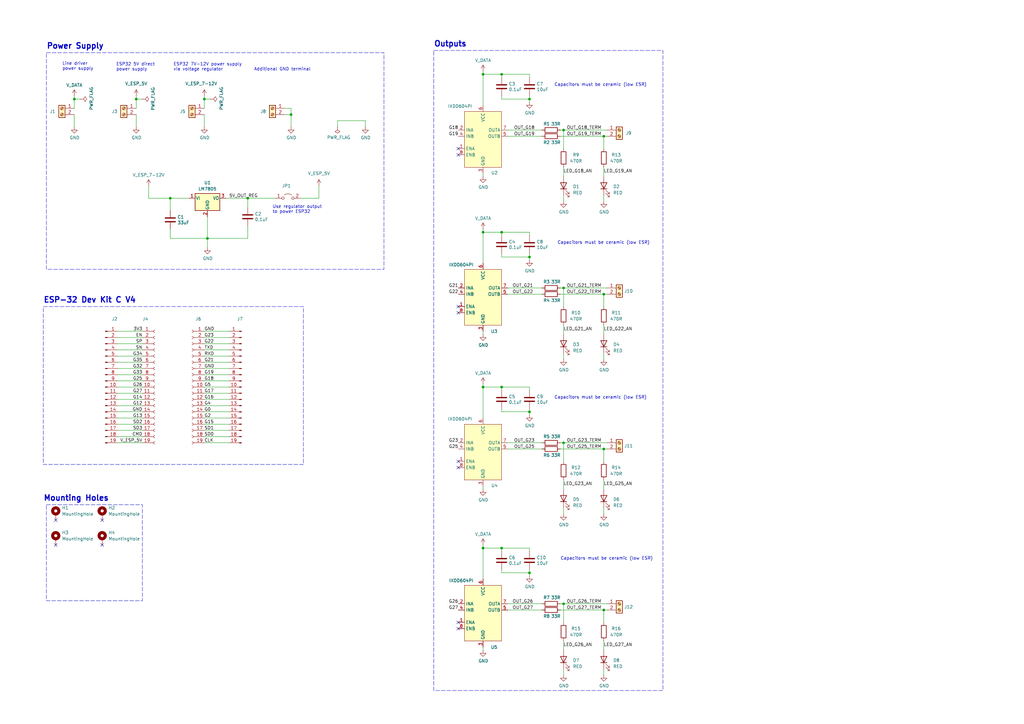
<source format=kicad_sch>
(kicad_sch (version 20230121) (generator eeschema)
  (paper "A3")
  (lib_symbols
    (symbol "Connector:Conn_01x19_Pin" (pin_names (offset 1.016) hide)
      (property "Reference" "J" (at 0 25.4 0))
      (property "Value" "Conn_01x19_Pin" (at 0 -25.4 0))
      (symbol "Conn_01x19_Pin_1_1"
        (polyline (pts (xy 1.27 -22.86) (xy 0.8636 -22.86)) (stroke (width 0.1524)))
        (polyline (pts (xy 1.27 -20.32) (xy 0.8636 -20.32)) (stroke (width 0.1524)))
        (polyline (pts (xy 1.27 -17.78) (xy 0.8636 -17.78)) (stroke (width 0.1524)))
        (polyline (pts (xy 1.27 -15.24) (xy 0.8636 -15.24)) (stroke (width 0.1524)))
        (polyline (pts (xy 1.27 -12.7) (xy 0.8636 -12.7)) (stroke (width 0.1524)))
        (polyline (pts (xy 1.27 -10.16) (xy 0.8636 -10.16)) (stroke (width 0.1524)))
        (polyline (pts (xy 1.27 -7.62) (xy 0.8636 -7.62)) (stroke (width 0.1524)))
        (polyline (pts (xy 1.27 -5.08) (xy 0.8636 -5.08)) (stroke (width 0.1524)))
        (polyline (pts (xy 1.27 -2.54) (xy 0.8636 -2.54)) (stroke (width 0.1524)))
        (polyline (pts (xy 1.27 0) (xy 0.8636 0)) (stroke (width 0.1524)))
        (polyline (pts (xy 1.27 2.54) (xy 0.8636 2.54)) (stroke (width 0.1524)))
        (polyline (pts (xy 1.27 5.08) (xy 0.8636 5.08)) (stroke (width 0.1524)))
        (polyline (pts (xy 1.27 7.62) (xy 0.8636 7.62)) (stroke (width 0.1524)))
        (polyline (pts (xy 1.27 10.16) (xy 0.8636 10.16)) (stroke (width 0.1524)))
        (polyline (pts (xy 1.27 12.7) (xy 0.8636 12.7)) (stroke (width 0.1524)))
        (polyline (pts (xy 1.27 15.24) (xy 0.8636 15.24)) (stroke (width 0.1524)))
        (polyline (pts (xy 1.27 17.78) (xy 0.8636 17.78)) (stroke (width 0.1524)))
        (polyline (pts (xy 1.27 20.32) (xy 0.8636 20.32)) (stroke (width 0.1524)))
        (polyline (pts (xy 1.27 22.86) (xy 0.8636 22.86)) (stroke (width 0.1524)))
        (rectangle (start 0.8636 -22.733) (end 0 -22.987) (stroke (width 0.1524)) (fill (type outline)))
        (rectangle (start 0.8636 -20.193) (end 0 -20.447) (stroke (width 0.1524)) (fill (type outline)))
        (rectangle (start 0.8636 -17.653) (end 0 -17.907) (stroke (width 0.1524)) (fill (type outline)))
        (rectangle (start 0.8636 -15.113) (end 0 -15.367) (stroke (width 0.1524)) (fill (type outline)))
        (rectangle (start 0.8636 -12.573) (end 0 -12.827) (stroke (width 0.1524)) (fill (type outline)))
        (rectangle (start 0.8636 -10.033) (end 0 -10.287) (stroke (width 0.1524)) (fill (type outline)))
        (rectangle (start 0.8636 -7.493) (end 0 -7.747) (stroke (width 0.1524)) (fill (type outline)))
        (rectangle (start 0.8636 -4.953) (end 0 -5.207) (stroke (width 0.1524)) (fill (type outline)))
        (rectangle (start 0.8636 -2.413) (end 0 -2.667) (stroke (width 0.1524)) (fill (type outline)))
        (rectangle (start 0.8636 0.127) (end 0 -0.127) (stroke (width 0.1524)) (fill (type outline)))
        (rectangle (start 0.8636 2.667) (end 0 2.413) (stroke (width 0.1524)) (fill (type outline)))
        (rectangle (start 0.8636 5.207) (end 0 4.953) (stroke (width 0.1524)) (fill (type outline)))
        (rectangle (start 0.8636 7.747) (end 0 7.493) (stroke (width 0.1524)) (fill (type outline)))
        (rectangle (start 0.8636 10.287) (end 0 10.033) (stroke (width 0.1524)) (fill (type outline)))
        (rectangle (start 0.8636 12.827) (end 0 12.573) (stroke (width 0.1524)) (fill (type outline)))
        (rectangle (start 0.8636 15.367) (end 0 15.113) (stroke (width 0.1524)) (fill (type outline)))
        (rectangle (start 0.8636 17.907) (end 0 17.653) (stroke (width 0.1524)) (fill (type outline)))
        (rectangle (start 0.8636 20.447) (end 0 20.193) (stroke (width 0.1524)) (fill (type outline)))
        (rectangle (start 0.8636 22.987) (end 0 22.733) (stroke (width 0.1524)) (fill (type outline)))
        (pin passive line (at 5.08 22.86 180) (length 3.81) (name "Pin_1") (number "1"))
        (pin passive line (at 5.08 0 180) (length 3.81) (name "Pin_10") (number "10"))
        (pin passive line (at 5.08 -2.54 180) (length 3.81) (name "Pin_11") (number "11"))
        (pin passive line (at 5.08 -5.08 180) (length 3.81) (name "Pin_12") (number "12"))
        (pin passive line (at 5.08 -7.62 180) (length 3.81) (name "Pin_13") (number "13"))
        (pin passive line (at 5.08 -10.16 180) (length 3.81) (name "Pin_14") (number "14"))
        (pin passive line (at 5.08 -12.7 180) (length 3.81) (name "Pin_15") (number "15"))
        (pin passive line (at 5.08 -15.24 180) (length 3.81) (name "Pin_16") (number "16"))
        (pin passive line (at 5.08 -17.78 180) (length 3.81) (name "Pin_17") (number "17"))
        (pin passive line (at 5.08 -20.32 180) (length 3.81) (name "Pin_18") (number "18"))
        (pin passive line (at 5.08 -22.86 180) (length 3.81) (name "Pin_19") (number "19"))
        (pin passive line (at 5.08 20.32 180) (length 3.81) (name "Pin_2") (number "2"))
        (pin passive line (at 5.08 17.78 180) (length 3.81) (name "Pin_3") (number "3"))
        (pin passive line (at 5.08 15.24 180) (length 3.81) (name "Pin_4") (number "4"))
        (pin passive line (at 5.08 12.7 180) (length 3.81) (name "Pin_5") (number "5"))
        (pin passive line (at 5.08 10.16 180) (length 3.81) (name "Pin_6") (number "6"))
        (pin passive line (at 5.08 7.62 180) (length 3.81) (name "Pin_7") (number "7"))
        (pin passive line (at 5.08 5.08 180) (length 3.81) (name "Pin_8") (number "8"))
        (pin passive line (at 5.08 2.54 180) (length 3.81) (name "Pin_9") (number "9"))
      )
    )
    (symbol "Connector:Conn_01x19_Socket" (pin_names (offset 1.016) hide)
      (property "Reference" "J" (at 0 25.4 0))
      (property "Value" "Conn_01x19_Socket" (at 0 -25.4 0))
      (symbol "Conn_01x19_Socket_1_1"
        (arc (start 0 -22.352) (mid -0.5058 -22.86) (end 0 -23.368) (stroke (width 0.1524)))
        (arc (start 0 -19.812) (mid -0.5058 -20.32) (end 0 -20.828) (stroke (width 0.1524)))
        (arc (start 0 -17.272) (mid -0.5058 -17.78) (end 0 -18.288) (stroke (width 0.1524)))
        (arc (start 0 -14.732) (mid -0.5058 -15.24) (end 0 -15.748) (stroke (width 0.1524)))
        (arc (start 0 -12.192) (mid -0.5058 -12.7) (end 0 -13.208) (stroke (width 0.1524)))
        (arc (start 0 -9.652) (mid -0.5058 -10.16) (end 0 -10.668) (stroke (width 0.1524)))
        (arc (start 0 -7.112) (mid -0.5058 -7.62) (end 0 -8.128) (stroke (width 0.1524)))
        (arc (start 0 -4.572) (mid -0.5058 -5.08) (end 0 -5.588) (stroke (width 0.1524)))
        (arc (start 0 -2.032) (mid -0.5058 -2.54) (end 0 -3.048) (stroke (width 0.1524)))
        (polyline (pts (xy -1.27 -22.86) (xy -0.508 -22.86)) (stroke (width 0.1524)))
        (polyline (pts (xy -1.27 -20.32) (xy -0.508 -20.32)) (stroke (width 0.1524)))
        (polyline (pts (xy -1.27 -17.78) (xy -0.508 -17.78)) (stroke (width 0.1524)))
        (polyline (pts (xy -1.27 -15.24) (xy -0.508 -15.24)) (stroke (width 0.1524)))
        (polyline (pts (xy -1.27 -12.7) (xy -0.508 -12.7)) (stroke (width 0.1524)))
        (polyline (pts (xy -1.27 -10.16) (xy -0.508 -10.16)) (stroke (width 0.1524)))
        (polyline (pts (xy -1.27 -7.62) (xy -0.508 -7.62)) (stroke (width 0.1524)))
        (polyline (pts (xy -1.27 -5.08) (xy -0.508 -5.08)) (stroke (width 0.1524)))
        (polyline (pts (xy -1.27 -2.54) (xy -0.508 -2.54)) (stroke (width 0.1524)))
        (polyline (pts (xy -1.27 0) (xy -0.508 0)) (stroke (width 0.1524)))
        (polyline (pts (xy -1.27 2.54) (xy -0.508 2.54)) (stroke (width 0.1524)))
        (polyline (pts (xy -1.27 5.08) (xy -0.508 5.08)) (stroke (width 0.1524)))
        (polyline (pts (xy -1.27 7.62) (xy -0.508 7.62)) (stroke (width 0.1524)))
        (polyline (pts (xy -1.27 10.16) (xy -0.508 10.16)) (stroke (width 0.1524)))
        (polyline (pts (xy -1.27 12.7) (xy -0.508 12.7)) (stroke (width 0.1524)))
        (polyline (pts (xy -1.27 15.24) (xy -0.508 15.24)) (stroke (width 0.1524)))
        (polyline (pts (xy -1.27 17.78) (xy -0.508 17.78)) (stroke (width 0.1524)))
        (polyline (pts (xy -1.27 20.32) (xy -0.508 20.32)) (stroke (width 0.1524)))
        (polyline (pts (xy -1.27 22.86) (xy -0.508 22.86)) (stroke (width 0.1524)))
        (arc (start 0 0.508) (mid -0.5058 0) (end 0 -0.508) (stroke (width 0.1524)))
        (arc (start 0 3.048) (mid -0.5058 2.54) (end 0 2.032) (stroke (width 0.1524)))
        (arc (start 0 5.588) (mid -0.5058 5.08) (end 0 4.572) (stroke (width 0.1524)))
        (arc (start 0 8.128) (mid -0.5058 7.62) (end 0 7.112) (stroke (width 0.1524)))
        (arc (start 0 10.668) (mid -0.5058 10.16) (end 0 9.652) (stroke (width 0.1524)))
        (arc (start 0 13.208) (mid -0.5058 12.7) (end 0 12.192) (stroke (width 0.1524)))
        (arc (start 0 15.748) (mid -0.5058 15.24) (end 0 14.732) (stroke (width 0.1524)))
        (arc (start 0 18.288) (mid -0.5058 17.78) (end 0 17.272) (stroke (width 0.1524)))
        (arc (start 0 20.828) (mid -0.5058 20.32) (end 0 19.812) (stroke (width 0.1524)))
        (arc (start 0 23.368) (mid -0.5058 22.86) (end 0 22.352) (stroke (width 0.1524)))
        (pin passive line (at -5.08 22.86 0) (length 3.81) (name "Pin_1") (number "1"))
        (pin passive line (at -5.08 0 0) (length 3.81) (name "Pin_10") (number "10"))
        (pin passive line (at -5.08 -2.54 0) (length 3.81) (name "Pin_11") (number "11"))
        (pin passive line (at -5.08 -5.08 0) (length 3.81) (name "Pin_12") (number "12"))
        (pin passive line (at -5.08 -7.62 0) (length 3.81) (name "Pin_13") (number "13"))
        (pin passive line (at -5.08 -10.16 0) (length 3.81) (name "Pin_14") (number "14"))
        (pin passive line (at -5.08 -12.7 0) (length 3.81) (name "Pin_15") (number "15"))
        (pin passive line (at -5.08 -15.24 0) (length 3.81) (name "Pin_16") (number "16"))
        (pin passive line (at -5.08 -17.78 0) (length 3.81) (name "Pin_17") (number "17"))
        (pin passive line (at -5.08 -20.32 0) (length 3.81) (name "Pin_18") (number "18"))
        (pin passive line (at -5.08 -22.86 0) (length 3.81) (name "Pin_19") (number "19"))
        (pin passive line (at -5.08 20.32 0) (length 3.81) (name "Pin_2") (number "2"))
        (pin passive line (at -5.08 17.78 0) (length 3.81) (name "Pin_3") (number "3"))
        (pin passive line (at -5.08 15.24 0) (length 3.81) (name "Pin_4") (number "4"))
        (pin passive line (at -5.08 12.7 0) (length 3.81) (name "Pin_5") (number "5"))
        (pin passive line (at -5.08 10.16 0) (length 3.81) (name "Pin_6") (number "6"))
        (pin passive line (at -5.08 7.62 0) (length 3.81) (name "Pin_7") (number "7"))
        (pin passive line (at -5.08 5.08 0) (length 3.81) (name "Pin_8") (number "8"))
        (pin passive line (at -5.08 2.54 0) (length 3.81) (name "Pin_9") (number "9"))
      )
    )
    (symbol "Connector:Screw_Terminal_01x02" (pin_names (offset 1.016) hide)
      (property "Reference" "J" (at 0 2.54 0))
      (property "Value" "Screw_Terminal_01x02" (at 0 -5.08 0))
      (symbol "Screw_Terminal_01x02_1_1"
        (rectangle (start -1.27 1.27) (end 1.27 -3.81) (stroke (width 0.254)) (fill (type background)))
        (circle (center 0 -2.54) (radius 0.635) (stroke (width 0.1524)))
        (polyline (pts (xy -0.5334 -2.2098) (xy 0.3302 -3.048)) (stroke (width 0.1524)))
        (polyline (pts (xy -0.5334 0.3302) (xy 0.3302 -0.508)) (stroke (width 0.1524)))
        (polyline (pts (xy -0.3556 -2.032) (xy 0.508 -2.8702)) (stroke (width 0.1524)))
        (polyline (pts (xy -0.3556 0.508) (xy 0.508 -0.3302)) (stroke (width 0.1524)))
        (circle (center 0 0) (radius 0.635) (stroke (width 0.1524)))
        (pin passive line (at -5.08 0 0) (length 3.81) (name "Pin_1") (number "1"))
        (pin passive line (at -5.08 -2.54 0) (length 3.81) (name "Pin_2") (number "2"))
      )
    )
    (symbol "Device:C" (pin_numbers hide) (pin_names (offset 0.254))
      (property "Reference" "C" (at 0.635 2.54 0))
      (property "Value" "C" (at 0.635 -2.54 0))
      (symbol "C_0_1"
        (polyline (pts (xy -2.032 -0.762) (xy 2.032 -0.762)) (stroke (width 0.508)))
        (polyline (pts (xy -2.032 0.762) (xy 2.032 0.762)) (stroke (width 0.508)))
      )
      (symbol "C_1_1"
        (pin passive line (at 0 3.81 270) (length 2.794) (name "~") (number "1"))
        (pin passive line (at 0 -3.81 90) (length 2.794) (name "~") (number "2"))
      )
    )
    (symbol "Device:LED" (pin_numbers hide) (pin_names (offset 1.016) hide)
      (property "Reference" "D" (at 0 2.54 0))
      (property "Value" "LED" (at 0 -2.54 0))
      (symbol "LED_0_1"
        (polyline (pts (xy -1.27 -1.27) (xy -1.27 1.27)) (stroke (width 0.254)))
        (polyline (pts (xy -1.27 0) (xy 1.27 0)))
        (polyline (pts (xy 1.27 -1.27) (xy 1.27 1.27) (xy -1.27 0) (xy 1.27 -1.27)) (stroke (width 0.254)))
        (polyline (pts (xy -3.048 -0.762) (xy -4.572 -2.286) (xy -3.81 -2.286) (xy -4.572 -2.286) (xy -4.572 -1.524)))
        (polyline (pts (xy -1.778 -0.762) (xy -3.302 -2.286) (xy -2.54 -2.286) (xy -3.302 -2.286) (xy -3.302 -1.524)))
      )
      (symbol "LED_1_1"
        (pin passive line (at -3.81 0 0) (length 2.54) (name "K") (number "1"))
        (pin passive line (at 3.81 0 180) (length 2.54) (name "A") (number "2"))
      )
    )
    (symbol "Device:R" (pin_numbers hide) (pin_names (offset 0))
      (property "Reference" "R" (at 2.032 0 90))
      (property "Value" "R" (at 0 0 90))
      (symbol "R_0_1"
        (rectangle (start -1.016 -2.54) (end 1.016 2.54) (stroke (width 0.254)))
      )
      (symbol "R_1_1"
        (pin passive line (at 0 3.81 270) (length 1.27) (name "~") (number "1"))
        (pin passive line (at 0 -3.81 90) (length 1.27) (name "~") (number "2"))
      )
    )
    (symbol "Jumper:Jumper_2_Open" (pin_names (offset 0) hide)
      (property "Reference" "JP" (at 0 2.794 0))
      (property "Value" "Jumper_2_Open" (at 0 -2.286 0))
      (symbol "Jumper_2_Open_0_0"
        (circle (center -2.032 0) (radius 0.508))
        (circle (center 2.032 0) (radius 0.508))
      )
      (symbol "Jumper_2_Open_0_1"
        (arc (start 1.524 1.27) (mid 0 1.778) (end -1.524 1.27))
      )
      (symbol "Jumper_2_Open_1_1"
        (pin passive line (at -5.08 0 0) (length 2.54) (name "A") (number "1"))
        (pin passive line (at 5.08 0 180) (length 2.54) (name "B") (number "2"))
      )
    )
    (symbol "Mechanical:MountingHole_Pad" (pin_numbers hide) (pin_names (offset 1.016) hide)
      (property "Reference" "H" (at 0 6.35 0))
      (property "Value" "MountingHole_Pad" (at 0 4.445 0))
      (symbol "MountingHole_Pad_0_1"
        (circle (center 0 1.27) (radius 1.27) (stroke (width 1.27)))
      )
      (symbol "MountingHole_Pad_1_1"
        (pin input line (at 0 -2.54 90) (length 2.54) (name "1") (number "1"))
      )
    )
    (symbol "Regulator_Linear:LM7805_TO220" (pin_names (offset 0.254))
      (property "Reference" "U" (at -3.81 3.175 0))
      (property "Value" "LM7805_TO220" (at 0 3.175 0))
      (symbol "LM7805_TO220_0_1"
        (rectangle (start -5.08 1.905) (end 5.08 -5.08) (stroke (width 0.254)) (fill (type background)))
      )
      (symbol "LM7805_TO220_1_1"
        (pin power_in line (at -7.62 0 0) (length 2.54) (name "VI") (number "1"))
        (pin power_in line (at 0 -7.62 90) (length 2.54) (name "GND") (number "2"))
        (pin power_out line (at 7.62 0 180) (length 2.54) (name "VO") (number "3"))
      )
    )
    (symbol "lib:IXDD604PI"
      (property "Reference" "U" (at 10.16 22.86 0))
      (property "Value" "IXDD604PI" (at 10.16 20.32 0))
      (symbol "IXDD604PI_1_1"
        (rectangle (start -5.08 17.78) (end 10.16 -5.08) (fill (type background)))
        (pin input line (at -7.62 2.54 0) (length 2.54) (name "ENA") (number "1"))
        (pin input line (at -7.62 10.16 0) (length 2.54) (name "INA") (number "2"))
        (pin power_in line (at 2.54 -7.62 90) (length 2.54) (name "GND") (number "3"))
        (pin input line (at -7.62 7.62 0) (length 2.54) (name "INB") (number "4"))
        (pin output line (at 12.7 7.62 180) (length 2.54) (name "OUTB") (number "5"))
        (pin power_in line (at 2.54 20.32 270) (length 2.54) (name "VCC") (number "6"))
        (pin output line (at 12.7 10.16 180) (length 2.54) (name "OUTA") (number "7"))
        (pin input line (at -7.62 0 0) (length 2.54) (name "ENB") (number "8"))
      )
    )
    (symbol "lib:V_DATA" (power) (pin_names (offset 0))
      (property "Value" "V_DATA" (at 0 3.81 0))
      (symbol "V_DATA_0_1"
        (polyline (pts (xy -0.762 1.27) (xy 0 2.54)))
        (polyline (pts (xy 0 0) (xy 0 2.54)))
        (polyline (pts (xy 0 2.54) (xy 0.762 1.27)))
      )
      (symbol "V_DATA_1_1"
        (pin power_in line (at 0 0 90) (length 0) hide (name "V_DATA") (number "1"))
      )
    )
    (symbol "lib:V_ESP_5V" (power) (pin_names (offset 0))
      (property "Value" "V_ESP_5V" (at 0 3.81 0))
      (symbol "V_ESP_5V_0_1"
        (polyline (pts (xy -0.762 1.27) (xy 0 2.54)))
        (polyline (pts (xy 0 0) (xy 0 2.54)))
        (polyline (pts (xy 0 2.54) (xy 0.762 1.27)))
      )
      (symbol "V_ESP_5V_1_1"
        (pin power_in line (at 0 0 90) (length 0) hide (name "V_ESP_5V") (number "1"))
      )
    )
    (symbol "lib:V_ESP_7-12V" (power) (pin_names (offset 0))
      (property "Value" "V_ESP_7-12V" (at 0 3.81 0))
      (symbol "V_ESP_7-12V_0_1"
        (polyline (pts (xy -0.762 1.27) (xy 0 2.54)))
        (polyline (pts (xy 0 0) (xy 0 2.54)))
        (polyline (pts (xy 0 2.54) (xy 0.762 1.27)))
      )
      (symbol "V_ESP_7-12V_1_1"
        (pin power_in line (at 0 0 90) (length 0) hide (name "V_ESP_7-12V") (number "1"))
      )
    )
    (symbol "power:GND" (power) (pin_names (offset 0))
      (property "Value" "GND" (at 0 -3.81 0))
      (symbol "GND_0_1"
        (polyline (pts (xy 0 0) (xy 0 -1.27) (xy 1.27 -1.27) (xy 0 -2.54) (xy -1.27 -1.27) (xy 0 -1.27)))
      )
      (symbol "GND_1_1"
        (pin power_in line (at 0 0 270) (length 0) hide (name "GND") (number "1"))
      )
    )
    (symbol "power:PWR_FLAG" (power) (pin_numbers hide) (pin_names (offset 0) hide)
      (property "Value" "PWR_FLAG" (at 0 3.81 0))
      (symbol "PWR_FLAG_0_0"
        (pin power_out line (at 0 0 90) (length 0) (name "pwr") (number "1"))
      )
      (symbol "PWR_FLAG_0_1"
        (polyline (pts (xy 0 0) (xy 0 1.27) (xy -1.016 1.905) (xy 0 2.54) (xy 1.016 1.905) (xy 0 1.27)))
      )
    )
  )
  (junction (at 247.65 184.15))
  (junction (at 231.14 247.65))
  (junction (at 205.74 158.75))
  (junction (at 101.6 81.28))
  (junction (at 217.17 40.64))
  (junction (at 198.12 224.79))
  (junction (at 217.17 105.41))
  (junction (at 217.17 168.91))
  (junction (at 119.38 46.99))
  (junction (at 55.88 40.64))
  (junction (at 83.82 40.64))
  (junction (at 217.17 234.95))
  (junction (at 85.09 97.79))
  (junction (at 205.74 30.48))
  (junction (at 198.12 95.25))
  (junction (at 205.74 224.79))
  (junction (at 231.14 118.11))
  (junction (at 198.12 30.48))
  (junction (at 247.65 120.65))
  (junction (at 231.14 181.61))
  (junction (at 205.74 95.25))
  (junction (at 30.48 40.64))
  (junction (at 198.12 158.75))
  (junction (at 69.85 81.28))
  (junction (at 247.65 250.19))
  (junction (at 231.14 53.34))
  (junction (at 247.65 55.88))
  (no_connect (at 41.91 223.52))
  (no_connect (at 22.86 213.36))
  (no_connect (at 187.96 257.81))
  (no_connect (at 187.96 60.96))
  (no_connect (at 187.96 63.5))
  (no_connect (at 187.96 125.73))
  (no_connect (at 41.91 213.36))
  (no_connect (at 187.96 128.27))
  (no_connect (at 187.96 255.27))
  (no_connect (at 22.86 223.52))
  (no_connect (at 187.96 189.23))
  (no_connect (at 187.96 191.77))
  (wire (pts (xy 247.65 262.89) (xy 247.65 266.7)))
  (wire (pts (xy 231.14 68.58) (xy 231.14 72.39)))
  (wire (pts (xy 123.19 81.28) (xy 130.81 81.28)))
  (wire (pts (xy 85.09 97.79) (xy 101.6 97.79)))
  (wire (pts (xy 217.17 105.41) (xy 217.17 106.68)))
  (wire (pts (xy 231.14 274.32) (xy 231.14 276.86)))
  (wire (pts (xy 231.14 53.34) (xy 231.14 60.96)))
  (wire (pts (xy 198.12 30.48) (xy 198.12 43.18)))
  (wire (pts (xy 247.65 144.78) (xy 247.65 147.32)))
  (wire (pts (xy 229.87 184.15) (xy 247.65 184.15)))
  (wire (pts (xy 205.74 233.68) (xy 205.74 234.95)))
  (wire (pts (xy 130.81 76.2) (xy 130.81 81.28)))
  (wire (pts (xy 101.6 81.28) (xy 101.6 85.09)))
  (wire (pts (xy 30.48 46.99) (xy 30.48 52.07)))
  (wire (pts (xy 83.82 179.07) (xy 93.98 179.07)))
  (wire (pts (xy 83.82 140.97) (xy 93.98 140.97)))
  (wire (pts (xy 208.28 118.11) (xy 222.25 118.11)))
  (wire (pts (xy 92.71 81.28) (xy 101.6 81.28)))
  (wire (pts (xy 55.88 40.64) (xy 55.88 44.45)))
  (wire (pts (xy 247.65 250.19) (xy 247.65 255.27)))
  (wire (pts (xy 208.28 247.65) (xy 222.25 247.65)))
  (wire (pts (xy 83.82 148.59) (xy 93.98 148.59)))
  (wire (pts (xy 198.12 95.25) (xy 205.74 95.25)))
  (wire (pts (xy 83.82 46.99) (xy 83.82 52.07)))
  (wire (pts (xy 30.48 40.64) (xy 33.02 40.64)))
  (wire (pts (xy 247.65 133.35) (xy 247.65 137.16)))
  (wire (pts (xy 198.12 158.75) (xy 205.74 158.75)))
  (wire (pts (xy 198.12 95.25) (xy 198.12 107.95)))
  (wire (pts (xy 217.17 226.06) (xy 217.17 224.79)))
  (wire (pts (xy 231.14 133.35) (xy 231.14 137.16)))
  (wire (pts (xy 69.85 81.28) (xy 77.47 81.28)))
  (wire (pts (xy 30.48 39.37) (xy 30.48 40.64)))
  (wire (pts (xy 119.38 46.99) (xy 116.84 46.99)))
  (wire (pts (xy 48.26 171.45) (xy 58.42 171.45)))
  (wire (pts (xy 198.12 223.52) (xy 198.12 224.79)))
  (wire (pts (xy 198.12 224.79) (xy 205.74 224.79)))
  (wire (pts (xy 217.17 234.95) (xy 217.17 233.68)))
  (wire (pts (xy 119.38 46.99) (xy 119.38 52.07)))
  (wire (pts (xy 229.87 250.19) (xy 247.65 250.19)))
  (wire (pts (xy 48.26 146.05) (xy 58.42 146.05)))
  (wire (pts (xy 48.26 168.91) (xy 58.42 168.91)))
  (wire (pts (xy 217.17 30.48) (xy 205.74 30.48)))
  (wire (pts (xy 247.65 250.19) (xy 248.92 250.19)))
  (wire (pts (xy 48.26 161.29) (xy 58.42 161.29)))
  (wire (pts (xy 247.65 274.32) (xy 247.65 276.86)))
  (wire (pts (xy 48.26 158.75) (xy 58.42 158.75)))
  (wire (pts (xy 247.65 120.65) (xy 247.65 125.73)))
  (wire (pts (xy 85.09 97.79) (xy 85.09 101.6)))
  (wire (pts (xy 83.82 153.67) (xy 93.98 153.67)))
  (wire (pts (xy 69.85 93.98) (xy 69.85 97.79)))
  (wire (pts (xy 83.82 168.91) (xy 93.98 168.91)))
  (wire (pts (xy 231.14 80.01) (xy 231.14 82.55)))
  (wire (pts (xy 208.28 120.65) (xy 222.25 120.65)))
  (wire (pts (xy 208.28 55.88) (xy 222.25 55.88)))
  (wire (pts (xy 48.26 156.21) (xy 58.42 156.21)))
  (wire (pts (xy 205.74 168.91) (xy 217.17 168.91)))
  (wire (pts (xy 217.17 168.91) (xy 217.17 170.18)))
  (wire (pts (xy 231.14 196.85) (xy 231.14 200.66)))
  (wire (pts (xy 48.26 153.67) (xy 58.42 153.67)))
  (wire (pts (xy 231.14 247.65) (xy 248.92 247.65)))
  (wire (pts (xy 55.88 40.64) (xy 58.42 40.64)))
  (wire (pts (xy 83.82 156.21) (xy 93.98 156.21)))
  (wire (pts (xy 205.74 104.14) (xy 205.74 105.41)))
  (wire (pts (xy 83.82 163.83) (xy 93.98 163.83)))
  (wire (pts (xy 217.17 160.02) (xy 217.17 158.75)))
  (wire (pts (xy 85.09 88.9) (xy 85.09 97.79)))
  (wire (pts (xy 198.12 71.12) (xy 198.12 72.39)))
  (wire (pts (xy 101.6 92.71) (xy 101.6 97.79)))
  (wire (pts (xy 60.96 76.2) (xy 60.96 81.28)))
  (wire (pts (xy 217.17 40.64) (xy 217.17 41.91)))
  (wire (pts (xy 69.85 81.28) (xy 69.85 86.36)))
  (wire (pts (xy 198.12 158.75) (xy 198.12 171.45)))
  (wire (pts (xy 83.82 161.29) (xy 93.98 161.29)))
  (wire (pts (xy 217.17 31.75) (xy 217.17 30.48)))
  (wire (pts (xy 48.26 143.51) (xy 58.42 143.51)))
  (wire (pts (xy 198.12 93.98) (xy 198.12 95.25)))
  (wire (pts (xy 229.87 55.88) (xy 247.65 55.88)))
  (wire (pts (xy 247.65 68.58) (xy 247.65 72.39)))
  (wire (pts (xy 231.14 53.34) (xy 248.92 53.34)))
  (wire (pts (xy 48.26 181.61) (xy 58.42 181.61)))
  (wire (pts (xy 83.82 135.89) (xy 93.98 135.89)))
  (wire (pts (xy 231.14 262.89) (xy 231.14 266.7)))
  (wire (pts (xy 48.26 166.37) (xy 58.42 166.37)))
  (wire (pts (xy 198.12 135.89) (xy 198.12 137.16)))
  (wire (pts (xy 101.6 81.28) (xy 113.03 81.28)))
  (wire (pts (xy 83.82 173.99) (xy 93.98 173.99)))
  (wire (pts (xy 231.14 208.28) (xy 231.14 210.82)))
  (wire (pts (xy 205.74 224.79) (xy 205.74 226.06)))
  (wire (pts (xy 205.74 39.37) (xy 205.74 40.64)))
  (wire (pts (xy 205.74 30.48) (xy 205.74 31.75)))
  (wire (pts (xy 208.28 181.61) (xy 222.25 181.61)))
  (wire (pts (xy 229.87 118.11) (xy 231.14 118.11)))
  (wire (pts (xy 83.82 171.45) (xy 93.98 171.45)))
  (wire (pts (xy 217.17 96.52) (xy 217.17 95.25)))
  (wire (pts (xy 217.17 95.25) (xy 205.74 95.25)))
  (wire (pts (xy 48.26 173.99) (xy 58.42 173.99)))
  (wire (pts (xy 48.26 140.97) (xy 58.42 140.97)))
  (wire (pts (xy 55.88 46.99) (xy 55.88 52.07)))
  (wire (pts (xy 231.14 181.61) (xy 248.92 181.61)))
  (wire (pts (xy 83.82 158.75) (xy 93.98 158.75)))
  (wire (pts (xy 83.82 181.61) (xy 93.98 181.61)))
  (wire (pts (xy 247.65 196.85) (xy 247.65 200.66)))
  (wire (pts (xy 198.12 224.79) (xy 198.12 237.49)))
  (wire (pts (xy 83.82 176.53) (xy 93.98 176.53)))
  (wire (pts (xy 229.87 247.65) (xy 231.14 247.65)))
  (wire (pts (xy 247.65 55.88) (xy 248.92 55.88)))
  (wire (pts (xy 208.28 184.15) (xy 222.25 184.15)))
  (wire (pts (xy 83.82 143.51) (xy 93.98 143.51)))
  (wire (pts (xy 205.74 158.75) (xy 205.74 160.02)))
  (wire (pts (xy 247.65 55.88) (xy 247.65 60.96)))
  (wire (pts (xy 198.12 199.39) (xy 198.12 200.66)))
  (wire (pts (xy 83.82 151.13) (xy 93.98 151.13)))
  (wire (pts (xy 48.26 179.07) (xy 58.42 179.07)))
  (wire (pts (xy 231.14 181.61) (xy 231.14 189.23)))
  (wire (pts (xy 231.14 247.65) (xy 231.14 255.27)))
  (wire (pts (xy 229.87 53.34) (xy 231.14 53.34)))
  (wire (pts (xy 247.65 184.15) (xy 247.65 189.23)))
  (wire (pts (xy 48.26 138.43) (xy 58.42 138.43)))
  (wire (pts (xy 229.87 181.61) (xy 231.14 181.61)))
  (wire (pts (xy 217.17 168.91) (xy 217.17 167.64)))
  (wire (pts (xy 208.28 250.19) (xy 222.25 250.19)))
  (wire (pts (xy 205.74 40.64) (xy 217.17 40.64)))
  (wire (pts (xy 48.26 163.83) (xy 58.42 163.83)))
  (wire (pts (xy 247.65 80.01) (xy 247.65 82.55)))
  (wire (pts (xy 60.96 81.28) (xy 69.85 81.28)))
  (wire (pts (xy 205.74 105.41) (xy 217.17 105.41)))
  (wire (pts (xy 119.38 44.45) (xy 119.38 46.99)))
  (wire (pts (xy 231.14 118.11) (xy 231.14 125.73)))
  (wire (pts (xy 149.86 52.07) (xy 149.86 49.53)))
  (wire (pts (xy 83.82 138.43) (xy 93.98 138.43)))
  (wire (pts (xy 205.74 167.64) (xy 205.74 168.91)))
  (wire (pts (xy 83.82 40.64) (xy 86.36 40.64)))
  (wire (pts (xy 198.12 30.48) (xy 205.74 30.48)))
  (wire (pts (xy 48.26 176.53) (xy 58.42 176.53)))
  (wire (pts (xy 205.74 234.95) (xy 217.17 234.95)))
  (wire (pts (xy 208.28 53.34) (xy 222.25 53.34)))
  (wire (pts (xy 83.82 40.64) (xy 83.82 44.45)))
  (wire (pts (xy 83.82 146.05) (xy 93.98 146.05)))
  (wire (pts (xy 198.12 265.43) (xy 198.12 266.7)))
  (wire (pts (xy 30.48 40.64) (xy 30.48 44.45)))
  (wire (pts (xy 198.12 157.48) (xy 198.12 158.75)))
  (wire (pts (xy 138.43 49.53) (xy 138.43 52.07)))
  (wire (pts (xy 217.17 40.64) (xy 217.17 39.37)))
  (wire (pts (xy 217.17 158.75) (xy 205.74 158.75)))
  (wire (pts (xy 231.14 118.11) (xy 248.92 118.11)))
  (wire (pts (xy 231.14 144.78) (xy 231.14 147.32)))
  (wire (pts (xy 83.82 166.37) (xy 93.98 166.37)))
  (wire (pts (xy 247.65 208.28) (xy 247.65 210.82)))
  (wire (pts (xy 247.65 184.15) (xy 248.92 184.15)))
  (wire (pts (xy 69.85 97.79) (xy 85.09 97.79)))
  (wire (pts (xy 205.74 95.25) (xy 205.74 96.52)))
  (wire (pts (xy 48.26 151.13) (xy 58.42 151.13)))
  (wire (pts (xy 217.17 105.41) (xy 217.17 104.14)))
  (wire (pts (xy 55.88 39.37) (xy 55.88 40.64)))
  (wire (pts (xy 217.17 224.79) (xy 205.74 224.79)))
  (wire (pts (xy 138.43 49.53) (xy 149.86 49.53)))
  (wire (pts (xy 247.65 120.65) (xy 248.92 120.65)))
  (wire (pts (xy 48.26 135.89) (xy 58.42 135.89)))
  (wire (pts (xy 48.26 148.59) (xy 58.42 148.59)))
  (wire (pts (xy 116.84 44.45) (xy 119.38 44.45)))
  (wire (pts (xy 83.82 39.37) (xy 83.82 40.64)))
  (wire (pts (xy 217.17 234.95) (xy 217.17 236.22)))
  (wire (pts (xy 198.12 29.21) (xy 198.12 30.48)))
  (wire (pts (xy 229.87 120.65) (xy 247.65 120.65)))
  (rectangle (start 177.927 20.701) (end 271.907 283.21) (stroke (width 0) (type dash)))
  (rectangle (start 19.05 21.59) (end 157.48 110.49) (stroke (width 0) (type dash)))
  (rectangle (start 19.05 207.01) (end 58.42 246.38) (stroke (width 0) (type dash)))
  (rectangle (start 17.78 125.73) (end 124.46 190.5) (stroke (width 0) (type dash)))
  (text "Use regulator output\nto power ESP32" (at 111.76 87.63 0) (effects (font (size 1.27 1.27)) (justify left bottom)))
  (text "Additional GND terminal" (at 104.14 29.21 0) (effects (font (size 1.27 1.27)) (justify left bottom)))
  (text "Capacitors must be ceramic (low ESR)" (at 228.6 100.33 0) (effects (font (size 1.27 1.27)) (justify left bottom)))
  (text "Outputs" (at 177.927 19.431 0) (effects (font (size 2.27 2.27) (thickness 0.454) bold) (justify left bottom)))
  (text "Line driver \npower supply" (at 25.527 28.956 0) (effects (font (size 1.27 1.27)) (justify left bottom)))
  (text "ESP32 7V-12V power supply\nvia voltage regulator" (at 71.12 29.21 0) (effects (font (size 1.27 1.27)) (justify left bottom)))
  (text "ESP32 5V direct\npower supply" (at 47.625 29.21 0) (effects (font (size 1.27 1.27)) (justify left bottom)))
  (text "ESP-32 Dev Kit C V4" (at 17.78 124.46 0) (effects (font (size 2.27 2.27) (thickness 0.454) bold) (justify left bottom)))
  (text "Power Supply" (at 19.05 20.32 0) (effects (font (size 2.27 2.27) (thickness 0.454) bold) (justify left bottom)))
  (text "Capacitors must be ceramic (low ESR)" (at 227.33 35.56 0) (effects (font (size 1.27 1.27)) (justify left bottom)))
  (text "Capacitors must be ceramic (low ESR)" (at 227.33 163.83 0) (effects (font (size 1.27 1.27)) (justify left bottom)))
  (text "Capacitors must be ceramic (low ESR)" (at 229.87 229.87 0) (effects (font (size 1.27 1.27)) (justify left bottom)))
  (text "Mounting Holes" (at 17.78 205.74 0) (effects (font (size 2.27 2.27) (thickness 0.454) bold) (justify left bottom)))
  (label "G32" (at 58.42 151.13 180))
  (label "OUT_G19" (at 210.82 55.88 0))
  (label "LED_G23_AN" (at 231.14 199.39 0))
  (label "G18" (at 83.82 156.21 0))
  (label "GND" (at 58.42 168.91 180))
  (label "G21" (at 83.82 148.59 0))
  (label "G19" (at 187.96 55.88 180))
  (label "G34" (at 58.42 146.05 180))
  (label "G12" (at 58.42 166.37 180))
  (label "5V_OUT_REG" (at 93.98 81.28 0))
  (label "OUT_G22_TERM" (at 232.41 120.65 0))
  (label "OUT_G27" (at 210.185 250.19 0))
  (label "SD1" (at 83.82 176.53 0))
  (label "GND" (at 83.82 135.89 0))
  (label "OUT_G18" (at 210.82 53.34 0))
  (label "SD0" (at 83.82 179.07 0))
  (label "G27" (at 187.96 250.19 180))
  (label "OUT_G27_TERM" (at 232.41 250.19 0))
  (label "G14" (at 58.42 163.83 180))
  (label "SD3" (at 58.42 176.53 180))
  (label "GND" (at 83.82 151.13 0))
  (label "3V3" (at 58.42 135.89 180))
  (label "SP" (at 58.42 140.97 180))
  (label "LED_G25_AN" (at 247.65 199.39 0))
  (label "G0" (at 83.82 168.91 0))
  (label "TXD" (at 83.82 143.51 0))
  (label "OUT_G25_TERM" (at 232.41 184.15 0))
  (label "CMD" (at 58.42 179.07 180))
  (label "G2" (at 83.82 171.45 0))
  (label "G27" (at 58.42 161.29 180))
  (label "OUT_G23_TERM" (at 232.41 181.61 0))
  (label "OUT_G21" (at 210.185 118.11 0))
  (label "LED_G18_AN" (at 231.14 71.12 0))
  (label "LED_G21_AN" (at 231.14 135.89 0))
  (label "LED_G26_AN" (at 231.14 265.43 0))
  (label "LED_G19_AN" (at 247.65 71.12 0))
  (label "LED_G22_AN" (at 247.65 135.89 0))
  (label "SD2" (at 58.42 173.99 180))
  (label "V_ESP_5V" (at 58.42 181.61 180))
  (label "G22" (at 83.82 140.97 0))
  (label "OUT_G21_TERM" (at 232.41 118.11 0))
  (label "G23" (at 187.96 181.61 180))
  (label "CLK" (at 83.82 181.61 0))
  (label "OUT_G18_TERM" (at 232.41 53.34 0))
  (label "SN" (at 58.42 143.51 180))
  (label "G4" (at 83.82 166.37 0))
  (label "G18" (at 187.96 53.34 180))
  (label "G19" (at 83.82 153.67 0))
  (label "RXD" (at 83.82 146.05 0))
  (label "G35" (at 58.42 148.59 180))
  (label "G5" (at 83.82 158.75 0))
  (label "G26" (at 58.42 158.75 180))
  (label "EN" (at 58.42 138.43 180))
  (label "OUT_G23" (at 210.82 181.61 0))
  (label "G25" (at 58.42 156.21 180))
  (label "G23" (at 83.82 138.43 0))
  (label "OUT_G26_TERM" (at 232.41 247.65 0))
  (label "G16" (at 83.82 163.83 0))
  (label "G33" (at 58.42 153.67 180))
  (label "G22" (at 187.96 120.65 180))
  (label "LED_G27_AN" (at 247.65 265.43 0))
  (label "G21" (at 187.96 118.11 180))
  (label "OUT_G19_TERM" (at 232.41 55.88 0))
  (label "OUT_G26" (at 210.185 247.65 0))
  (label "OUT_G22" (at 210.185 120.65 0))
  (label "OUT_G25" (at 210.82 184.15 0))
  (label "G26" (at 187.96 247.65 180))
  (label "G25" (at 187.96 184.15 180))
  (label "G15" (at 83.82 173.99 0))
  (label "G17" (at 83.82 161.29 0))
  (label "G13" (at 58.42 171.45 180))
  (symbol (lib_id "Connector:Screw_Terminal_01x02") (at 50.8 44.45 0) (mirror y) (unit 1)
    (property "Reference" "J3" (at 46.99 45.72 0))
    (property "Value" "Power_Terminal" (effects hide))
    (property "Footprint" "TerminalBlock_Phoenix:TerminalBlock_Phoenix_MKDS-1,5-2-5.08_1x02_P5.08mm_Horizontal" (effects hide))
  )
  (symbol (lib_id "power:GND") (at 55.88 52.07 0) (unit 1)
    (property "Reference" "#PWR04" (effects hide))
    (property "Value" "GND" (at 56.007 56.4642 0))
  )
  (symbol (lib_id "Connector:Screw_Terminal_01x02") (at 254 53.34 0) (unit 1)
    (property "Reference" "J9" (at 257.81 54.61 0))
    (property "Value" "Screw_Terminal_01x02" (effects hide))
    (property "Footprint" "TerminalBlock_Phoenix:TerminalBlock_Phoenix_MKDS-1,5-2-5.08_1x02_P5.08mm_Horizontal" (effects hide))
  )
  (symbol (lib_id "Connector:Screw_Terminal_01x02") (at 254 118.11 0) (unit 1)
    (property "Reference" "J10" (at 257.81 119.38 0))
    (property "Value" "Screw_Terminal_01x02" (effects hide))
    (property "Footprint" "TerminalBlock_Phoenix:TerminalBlock_Phoenix_MKDS-1,5-2-5.08_1x02_P5.08mm_Horizontal" (effects hide))
  )
  (symbol (lib_id "Device:R") (at 226.06 118.11 270) (unit 1)
    (property "Reference" "R3" (at 224.155 115.57 90))
    (property "Value" "33R" (at 227.965 123.19 90))
    (property "Footprint" "Resistor_THT:R_Axial_DIN0207_L6.3mm_D2.5mm_P2.54mm_Vertical" (effects hide))
  )
  (symbol (lib_id "Device:R") (at 226.06 250.19 270) (unit 1)
    (property "Reference" "R8" (at 224.155 252.73 90))
    (property "Value" "33R" (at 227.965 245.11 90))
    (property "Footprint" "Resistor_THT:R_Axial_DIN0207_L6.3mm_D2.5mm_P2.54mm_Vertical" (effects hide))
  )
  (symbol (lib_id "lib:V_DATA") (at 198.12 93.98 0) (unit 1)
    (property "Reference" "#PWR014" (effects hide))
    (property "Value" "V_DATA" (at 198.12 89.535 0))
  )
  (symbol (lib_id "Device:LED") (at 247.65 204.47 90) (unit 1)
    (property "Reference" "D6" (at 251.46 204.7875 90) (effects (justify right)))
    (property "Value" "RED" (at 251.46 207.3275 90) (effects (justify right)))
    (property "Footprint" "LED_THT:LED_D3.0mm" (effects hide))
  )
  (symbol (lib_id "power:GND") (at 198.12 72.39 0) (unit 1)
    (property "Reference" "#PWR013" (effects hide))
    (property "Value" "GND" (at 198.247 76.7842 0))
  )
  (symbol (lib_id "power:GND") (at 231.14 276.86 0) (unit 1)
    (property "Reference" "#PWR030" (effects hide))
    (property "Value" "GND" (at 231.267 281.2542 0))
  )
  (symbol (lib_id "power:GND") (at 198.12 200.66 0) (unit 1)
    (property "Reference" "#PWR017" (effects hide))
    (property "Value" "GND" (at 198.247 205.0542 0))
  )
  (symbol (lib_id "Device:C") (at 69.85 90.17 0) (unit 1)
    (property "Reference" "C1" (at 72.771 89.0016 0) (effects (justify left)))
    (property "Value" "33uF" (at 72.771 91.313 0) (effects (justify left)))
    (property "Footprint" "Capacitor_THT:C_Disc_D4.7mm_W2.5mm_P5.00mm" (effects hide))
  )
  (symbol (lib_id "Device:R") (at 247.65 129.54 0) (unit 1)
    (property "Reference" "R11" (at 252.73 128.27 0))
    (property "Value" "470R" (at 252.73 130.81 0))
    (property "Footprint" "Resistor_THT:R_Axial_DIN0207_L6.3mm_D2.5mm_P2.54mm_Vertical" (effects hide))
  )
  (symbol (lib_id "Connector:Screw_Terminal_01x02") (at 254 181.61 0) (unit 1)
    (property "Reference" "J11" (at 257.81 182.88 0))
    (property "Value" "Screw_Terminal_01x02" (effects hide))
    (property "Footprint" "TerminalBlock_Phoenix:TerminalBlock_Phoenix_MKDS-1,5-2-5.08_1x02_P5.08mm_Horizontal" (effects hide))
  )
  (symbol (lib_id "lib:V_DATA") (at 30.48 39.37 0) (unit 1)
    (property "Reference" "#PWR01" (effects hide))
    (property "Value" "V_DATA" (at 30.48 34.925 0))
  )
  (symbol (lib_id "Device:C") (at 205.74 35.56 0) (unit 1)
    (property "Reference" "C3" (at 208.661 34.3916 0) (effects (justify left)))
    (property "Value" "0.1uF" (at 208.661 36.703 0) (effects (justify left)))
    (property "Footprint" "Capacitor_THT:C_Disc_D3.0mm_W1.6mm_P2.50mm" (effects hide))
  )
  (symbol (lib_id "Device:C") (at 217.17 163.83 0) (unit 1)
    (property "Reference" "C9" (at 220.091 162.6616 0) (effects (justify left)))
    (property "Value" "10uF" (at 220.091 164.973 0) (effects (justify left)))
    (property "Footprint" "Capacitor_THT:C_Disc_D4.7mm_W2.5mm_P5.00mm" (effects hide))
  )
  (symbol (lib_id "power:GND") (at 198.12 137.16 0) (unit 1)
    (property "Reference" "#PWR015" (effects hide))
    (property "Value" "GND" (at 198.247 141.5542 0))
  )
  (symbol (lib_id "power:GND") (at 217.17 236.22 0) (unit 1)
    (property "Reference" "#PWR023" (effects hide))
    (property "Value" "GND" (at 217.297 240.6142 0))
  )
  (symbol (lib_id "Device:LED") (at 231.14 270.51 90) (unit 1)
    (property "Reference" "D7" (at 234.95 270.8275 90) (effects (justify right)))
    (property "Value" "RED" (at 234.95 273.3675 90) (effects (justify right)))
    (property "Footprint" "LED_THT:LED_D3.0mm" (effects hide))
  )
  (symbol (lib_id "lib:IXDD604PI") (at 195.58 63.5 0) (unit 1)
    (property "Reference" "U2" (at 201.422 70.866 0) (effects (justify left)))
    (property "Value" "IXDD604PI" (at 183.642 43.561 0) (effects (justify left)))
    (property "Footprint" "Package_DIP:DIP-8_W7.62mm_Socket" (effects hide))
    (property "Datasheet" "https://www.ixysic.com/home/pdfs.nsf/www/IXD_604.pdf/$file/IXD_604.pdf" (effects hide))
  )
  (symbol (lib_id "power:GND") (at 217.17 106.68 0) (unit 1)
    (property "Reference" "#PWR021" (effects hide))
    (property "Value" "GND" (at 217.297 111.0742 0))
  )
  (symbol (lib_id "Device:LED") (at 231.14 140.97 90) (unit 1)
    (property "Reference" "D3" (at 234.95 141.2875 90) (effects (justify right)))
    (property "Value" "RED" (at 234.95 143.8275 90) (effects (justify right)))
    (property "Footprint" "LED_THT:LED_D3.0mm" (effects hide))
  )
  (symbol (lib_id "Device:C") (at 217.17 100.33 0) (unit 1)
    (property "Reference" "C8" (at 220.091 99.1616 0) (effects (justify left)))
    (property "Value" "10uF" (at 220.091 101.473 0) (effects (justify left)))
    (property "Footprint" "Capacitor_THT:C_Disc_D4.7mm_W2.5mm_P5.00mm" (effects hide))
  )
  (symbol (lib_id "Device:LED") (at 247.65 140.97 90) (unit 1)
    (property "Reference" "D4" (at 251.46 141.2875 90) (effects (justify right)))
    (property "Value" "RED" (at 251.46 143.8275 90) (effects (justify right)))
    (property "Footprint" "LED_THT:LED_D3.0mm" (effects hide))
  )
  (symbol (lib_id "lib:V_DATA") (at 198.12 157.48 0) (unit 1)
    (property "Reference" "#PWR016" (effects hide))
    (property "Value" "V_DATA" (at 198.12 153.035 0))
  )
  (symbol (lib_id "lib:IXDD604PI") (at 195.58 128.27 0) (unit 1)
    (property "Reference" "U3" (at 201.295 135.89 0) (effects (justify left)))
    (property "Value" "IXDD604PI" (at 184.15 108.585 0) (effects (justify left)))
    (property "Footprint" "Package_DIP:DIP-8_W7.62mm_Socket" (effects hide))
    (property "Datasheet" "https://www.ixysic.com/home/pdfs.nsf/www/IXD_604.pdf/$file/IXD_604.pdf" (effects hide))
  )
  (symbol (lib_id "Device:R") (at 226.06 247.65 270) (unit 1)
    (property "Reference" "R7" (at 224.155 245.11 90))
    (property "Value" "33R" (at 227.965 252.73 90))
    (property "Footprint" "Resistor_THT:R_Axial_DIN0207_L6.3mm_D2.5mm_P2.54mm_Vertical" (effects hide))
  )
  (symbol (lib_id "Mechanical:MountingHole_Pad") (at 41.91 210.82 0) (unit 1)
    (property "Reference" "H2" (at 44.45 208.28 0) (effects (justify left)))
    (property "Value" "MountingHole" (at 44.45 210.82 0) (effects (justify left)))
    (property "Footprint" "MountingHole:MountingHole_2.2mm_M2_Pad" (effects hide))
  )
  (symbol (lib_id "power:GND") (at 247.65 82.55 0) (unit 1)
    (property "Reference" "#PWR028" (effects hide))
    (property "Value" "GND" (at 247.777 86.9442 0))
  )
  (symbol (lib_id "lib:IXDD604PI") (at 195.58 191.77 0) (unit 1)
    (property "Reference" "U4" (at 201.422 199.136 0) (effects (justify left)))
    (property "Value" "IXDD604PI" (at 183.642 171.831 0) (effects (justify left)))
    (property "Footprint" "Package_DIP:DIP-8_W7.62mm_Socket" (effects hide))
    (property "Datasheet" "https://www.ixysic.com/home/pdfs.nsf/www/IXD_604.pdf/$file/IXD_604.pdf" (effects hide))
  )
  (symbol (lib_id "Device:R") (at 231.14 129.54 0) (unit 1)
    (property "Reference" "R10" (at 236.22 128.27 0))
    (property "Value" "470R" (at 236.22 130.81 0))
    (property "Footprint" "Resistor_THT:R_Axial_DIN0207_L6.3mm_D2.5mm_P2.54mm_Vertical" (effects hide))
  )
  (symbol (lib_id "Device:C") (at 205.74 229.87 0) (unit 1)
    (property "Reference" "C6" (at 208.661 228.7016 0) (effects (justify left)))
    (property "Value" "0.1uF" (at 208.661 231.013 0) (effects (justify left)))
    (property "Footprint" "Capacitor_THT:C_Disc_D3.0mm_W1.6mm_P2.50mm" (effects hide))
  )
  (symbol (lib_id "Device:C") (at 217.17 35.56 0) (unit 1)
    (property "Reference" "C7" (at 220.091 34.3916 0) (effects (justify left)))
    (property "Value" "10uF" (at 220.091 36.703 0) (effects (justify left)))
    (property "Footprint" "Capacitor_THT:C_Disc_D4.7mm_W2.5mm_P5.00mm" (effects hide))
  )
  (symbol (lib_id "power:GND") (at 30.48 52.07 0) (unit 1)
    (property "Reference" "#PWR02" (effects hide))
    (property "Value" "GND" (at 30.607 56.4642 0))
  )
  (symbol (lib_id "lib:V_DATA") (at 198.12 223.52 0) (unit 1)
    (property "Reference" "#PWR018" (effects hide))
    (property "Value" "V_DATA" (at 198.12 219.075 0))
  )
  (symbol (lib_id "Connector:Conn_01x19_Pin") (at 43.18 158.75 0) (unit 1)
    (property "Reference" "J2" (at 46.99 130.81 0))
    (property "Value" "Conn_01x19_Pin" (effects hide))
    (property "Footprint" "Connector_PinHeader_2.54mm:PinHeader_1x19_P2.54mm_Vertical" (effects hide))
  )
  (symbol (lib_id "Device:R") (at 226.06 184.15 270) (unit 1)
    (property "Reference" "R6" (at 224.155 186.69 90))
    (property "Value" "33R" (at 227.965 179.07 90))
    (property "Footprint" "Resistor_THT:R_Axial_DIN0207_L6.3mm_D2.5mm_P2.54mm_Vertical" (effects hide))
  )
  (symbol (lib_id "Device:R") (at 247.65 259.08 0) (unit 1)
    (property "Reference" "R16" (at 252.73 257.81 0))
    (property "Value" "470R" (at 252.73 260.35 0))
    (property "Footprint" "Resistor_THT:R_Axial_DIN0207_L6.3mm_D2.5mm_P2.54mm_Vertical" (effects hide))
  )
  (symbol (lib_id "Connector:Screw_Terminal_01x02") (at 111.76 44.45 0) (mirror y) (unit 1)
    (property "Reference" "J8" (at 107.95 45.72 0))
    (property "Value" "Power_Terminal" (effects hide))
    (property "Footprint" "TerminalBlock_Phoenix:TerminalBlock_Phoenix_MKDS-1,5-2-5.08_1x02_P5.08mm_Horizontal" (effects hide))
  )
  (symbol (lib_id "power:GND") (at 83.82 52.07 0) (unit 1)
    (property "Reference" "#PWR07" (effects hide))
    (property "Value" "GND" (at 83.947 56.4642 0))
  )
  (symbol (lib_id "Mechanical:MountingHole_Pad") (at 41.91 220.98 0) (unit 1)
    (property "Reference" "H4" (at 44.45 218.44 0) (effects (justify left)))
    (property "Value" "MountingHole" (at 44.45 220.98 0) (effects (justify left)))
    (property "Footprint" "MountingHole:MountingHole_2.2mm_M2_Pad" (effects hide))
  )
  (symbol (lib_id "power:GND") (at 247.65 276.86 0) (unit 1)
    (property "Reference" "#PWR031" (effects hide))
    (property "Value" "GND" (at 247.777 281.2542 0))
  )
  (symbol (lib_id "Connector:Screw_Terminal_01x02") (at 254 247.65 0) (unit 1)
    (property "Reference" "J12" (at 257.81 248.92 0))
    (property "Value" "Screw_Terminal_01x02" (effects hide))
    (property "Footprint" "TerminalBlock_Phoenix:TerminalBlock_Phoenix_MKDS-1,5-2-5.08_1x02_P5.08mm_Horizontal" (effects hide))
  )
  (symbol (lib_id "Device:R") (at 226.06 53.34 270) (unit 1)
    (property "Reference" "R1" (at 224.155 50.8 90))
    (property "Value" "33R" (at 227.965 58.42 90))
    (property "Footprint" "Resistor_THT:R_Axial_DIN0207_L6.3mm_D2.5mm_P2.54mm_Vertical" (effects hide))
  )
  (symbol (lib_id "power:GND") (at 217.17 41.91 0) (unit 1)
    (property "Reference" "#PWR020" (effects hide))
    (property "Value" "GND" (at 217.297 46.3042 0))
  )
  (symbol (lib_id "Jumper:Jumper_2_Open") (at 118.11 81.28 0) (unit 1)
    (property "Reference" "JP1" (at 117.475 76.2 0))
    (property "Value" "Jumper_2_Open" (effects hide))
    (property "Footprint" "Connector_PinHeader_2.54mm:PinHeader_1x02_P2.54mm_Vertical" (effects hide))
  )
  (symbol (lib_id "lib:V_ESP_5V") (at 130.81 76.2 0) (unit 1)
    (property "Reference" "#PWR010" (effects hide))
    (property "Value" "V_ESP_5V" (at 130.81 71.12 0))
  )
  (symbol (lib_id "Device:LED") (at 247.65 76.2 90) (unit 1)
    (property "Reference" "D2" (at 251.46 76.5175 90) (effects (justify right)))
    (property "Value" "RED" (at 251.46 79.0575 90) (effects (justify right)))
    (property "Footprint" "LED_THT:LED_D3.0mm" (effects hide))
  )
  (symbol (lib_id "Regulator_Linear:LM7805_TO220") (at 85.09 81.28 0) (unit 1)
    (property "Reference" "U1" (at 85.09 74.93 0))
    (property "Value" "LM7805" (at 85.09 77.47 0))
    (property "Footprint" "Package_TO_SOT_THT:TO-220-3_Vertical" (effects hide))
    (property "Datasheet" "https://www.onsemi.cn/PowerSolutions/document/MC7800-D.PDF" (effects hide))
  )
  (symbol (lib_id "power:PWR_FLAG") (at 58.42 40.64 270) (unit 1)
    (property "Reference" "#FLG02" (effects hide))
    (property "Value" "PWR_FLAG" (at 62.738 40.513 0))
  )
  (symbol (lib_id "lib:IXDD604PI") (at 195.58 257.81 0) (unit 1)
    (property "Reference" "U5" (at 201.295 265.43 0) (effects (justify left)))
    (property "Value" "IXDD604PI" (at 184.15 238.125 0) (effects (justify left)))
    (property "Footprint" "Package_DIP:DIP-8_W7.62mm_Socket" (effects hide))
    (property "Datasheet" "https://www.ixysic.com/home/pdfs.nsf/www/IXD_604.pdf/$file/IXD_604.pdf" (effects hide))
  )
  (symbol (lib_id "Device:C") (at 217.17 229.87 0) (unit 1)
    (property "Reference" "C10" (at 220.091 228.7016 0) (effects (justify left)))
    (property "Value" "10uF" (at 220.091 231.013 0) (effects (justify left)))
    (property "Footprint" "Capacitor_THT:C_Disc_D4.7mm_W2.5mm_P5.00mm" (effects hide))
  )
  (symbol (lib_id "lib:V_ESP_5V") (at 55.88 39.37 0) (unit 1)
    (property "Reference" "#PWR03" (effects hide))
    (property "Value" "V_ESP_5V" (at 55.88 34.29 0))
  )
  (symbol (lib_id "Device:LED") (at 247.65 270.51 90) (unit 1)
    (property "Reference" "D8" (at 251.46 270.8275 90) (effects (justify right)))
    (property "Value" "RED" (at 251.46 273.3675 90) (effects (justify right)))
    (property "Footprint" "LED_THT:LED_D3.0mm" (effects hide))
  )
  (symbol (lib_id "Connector:Conn_01x19_Pin") (at 99.06 158.75 0) (mirror y) (unit 1)
    (property "Reference" "J7" (at 98.425 130.81 0))
    (property "Value" "Conn_01x19_Pin" (effects hide))
    (property "Footprint" "Connector_PinHeader_2.54mm:PinHeader_1x19_P2.54mm_Vertical" (effects hide))
  )
  (symbol (lib_id "power:GND") (at 217.17 170.18 0) (unit 1)
    (property "Reference" "#PWR022" (effects hide))
    (property "Value" "GND" (at 217.297 174.5742 0))
  )
  (symbol (lib_id "Connector:Conn_01x19_Socket") (at 63.5 158.75 0) (unit 1)
    (property "Reference" "J4" (at 58.42 130.81 0) (effects (justify left)))
    (property "Value" "Conn_01x19_Socket" (effects hide))
    (property "Footprint" "Connector_PinSocket_2.54mm:PinSocket_1x19_P2.54mm_Vertical" (effects hide))
  )
  (symbol (lib_id "Connector:Conn_01x19_Socket") (at 78.74 158.75 0) (mirror y) (unit 1)
    (property "Reference" "J6" (at 82.55 130.81 0) (effects (justify left)))
    (property "Value" "Conn_01x19_Socket" (effects hide))
    (property "Footprint" "Connector_PinSocket_2.54mm:PinSocket_1x19_P2.54mm_Vertical" (effects hide))
  )
  (symbol (lib_id "Device:R") (at 231.14 193.04 0) (unit 1)
    (property "Reference" "R12" (at 236.22 191.77 0))
    (property "Value" "470R" (at 236.22 194.31 0))
    (property "Footprint" "Resistor_THT:R_Axial_DIN0207_L6.3mm_D2.5mm_P2.54mm_Vertical" (effects hide))
  )
  (symbol (lib_id "power:GND") (at 85.09 101.6 0) (unit 1)
    (property "Reference" "#PWR08" (effects hide))
    (property "Value" "GND" (at 85.217 105.9942 0))
  )
  (symbol (lib_id "power:PWR_FLAG") (at 138.43 52.07 180) (unit 1)
    (property "Reference" "#FLG04" (effects hide))
    (property "Value" "PWR_FLAG" (at 138.938 56.388 0))
  )
  (symbol (lib_id "Device:C") (at 205.74 163.83 0) (unit 1)
    (property "Reference" "C5" (at 208.661 162.6616 0) (effects (justify left)))
    (property "Value" "0.1uF" (at 208.661 164.973 0) (effects (justify left)))
    (property "Footprint" "Capacitor_THT:C_Disc_D3.0mm_W1.6mm_P2.50mm" (effects hide))
  )
  (symbol (lib_id "lib:V_ESP_7-12V") (at 60.96 76.2 0) (unit 1)
    (property "Reference" "#PWR05" (effects hide))
    (property "Value" "V_ESP_7-12V" (at 60.96 71.755 0))
  )
  (symbol (lib_id "power:GND") (at 231.14 82.55 0) (unit 1)
    (property "Reference" "#PWR024" (effects hide))
    (property "Value" "GND" (at 231.267 86.9442 0))
  )
  (symbol (lib_id "Device:R") (at 247.65 193.04 0) (unit 1)
    (property "Reference" "R14" (at 252.73 191.77 0))
    (property "Value" "470R" (at 252.73 194.31 0))
    (property "Footprint" "Resistor_THT:R_Axial_DIN0207_L6.3mm_D2.5mm_P2.54mm_Vertical" (effects hide))
  )
  (symbol (lib_id "lib:V_DATA") (at 198.12 29.21 0) (unit 1)
    (property "Reference" "#PWR012" (effects hide))
    (property "Value" "V_DATA" (at 198.12 24.765 0))
  )
  (symbol (lib_id "power:GND") (at 247.65 147.32 0) (unit 1)
    (property "Reference" "#PWR026" (effects hide))
    (property "Value" "GND" (at 247.777 151.7142 0))
  )
  (symbol (lib_id "power:PWR_FLAG") (at 86.36 40.64 270) (unit 1)
    (property "Reference" "#FLG03" (effects hide))
    (property "Value" "PWR_FLAG" (at 90.805 40.386 0))
  )
  (symbol (lib_id "Mechanical:MountingHole_Pad") (at 22.86 220.98 0) (unit 1)
    (property "Reference" "H3" (at 25.4 218.44 0) (effects (justify left)))
    (property "Value" "MountingHole" (at 25.4 220.98 0) (effects (justify left)))
    (property "Footprint" "MountingHole:MountingHole_2.2mm_M2_Pad" (effects hide))
  )
  (symbol (lib_id "Device:R") (at 247.65 64.77 0) (unit 1)
    (property "Reference" "R13" (at 252.73 63.5 0))
    (property "Value" "470R" (at 252.73 66.04 0))
    (property "Footprint" "Resistor_THT:R_Axial_DIN0207_L6.3mm_D2.5mm_P2.54mm_Vertical" (effects hide))
  )
  (symbol (lib_id "power:GND") (at 247.65 210.82 0) (unit 1)
    (property "Reference" "#PWR029" (effects hide))
    (property "Value" "GND" (at 247.777 215.2142 0))
  )
  (symbol (lib_id "Device:R") (at 226.06 55.88 270) (unit 1)
    (property "Reference" "R2" (at 224.155 58.42 90))
    (property "Value" "33R" (at 227.965 50.8 90))
    (property "Footprint" "Resistor_THT:R_Axial_DIN0207_L6.3mm_D2.5mm_P2.54mm_Vertical" (effects hide))
  )
  (symbol (lib_id "power:GND") (at 119.38 52.07 0) (unit 1)
    (property "Reference" "#PWR09" (effects hide))
    (property "Value" "GND" (at 119.507 56.4642 0))
  )
  (symbol (lib_id "lib:V_ESP_7-12V") (at 83.82 39.37 0) (unit 1)
    (property "Reference" "#PWR06" (effects hide))
    (property "Value" "V_ESP_7-12V" (at 82.55 34.29 0))
  )
  (symbol (lib_id "Device:R") (at 226.06 181.61 270) (unit 1)
    (property "Reference" "R5" (at 224.155 179.07 90))
    (property "Value" "33R" (at 227.965 186.69 90))
    (property "Footprint" "Resistor_THT:R_Axial_DIN0207_L6.3mm_D2.5mm_P2.54mm_Vertical" (effects hide))
  )
  (symbol (lib_id "Device:R") (at 231.14 259.08 0) (unit 1)
    (property "Reference" "R15" (at 236.22 257.81 0))
    (property "Value" "470R" (at 236.22 260.35 0))
    (property "Footprint" "Resistor_THT:R_Axial_DIN0207_L6.3mm_D2.5mm_P2.54mm_Vertical" (effects hide))
  )
  (symbol (lib_id "power:GND") (at 198.12 266.7 0) (unit 1)
    (property "Reference" "#PWR019" (effects hide))
    (property "Value" "GND" (at 198.247 271.0942 0))
  )
  (symbol (lib_id "Device:C") (at 101.6 88.9 0) (unit 1)
    (property "Reference" "C2" (at 104.521 87.7316 0) (effects (justify left)))
    (property "Value" "0.1uF" (at 104.521 90.043 0) (effects (justify left)))
    (property "Footprint" "Capacitor_THT:C_Disc_D3.0mm_W1.6mm_P2.50mm" (effects hide))
  )
  (symbol (lib_id "Device:R") (at 231.14 64.77 0) (unit 1)
    (property "Reference" "R9" (at 236.22 63.5 0))
    (property "Value" "470R" (at 236.22 66.04 0))
    (property "Footprint" "Resistor_THT:R_Axial_DIN0207_L6.3mm_D2.5mm_P2.54mm_Vertical" (effects hide))
  )
  (symbol (lib_id "Connector:Screw_Terminal_01x02") (at 78.74 44.45 0) (mirror y) (unit 1)
    (property "Reference" "J5" (at 74.93 45.72 0))
    (property "Value" "Power_Terminal" (effects hide))
    (property "Footprint" "TerminalBlock_Phoenix:TerminalBlock_Phoenix_MKDS-1,5-2-5.08_1x02_P5.08mm_Horizontal" (effects hide))
  )
  (symbol (lib_id "Connector:Screw_Terminal_01x02") (at 25.4 44.45 0) (mirror y) (unit 1)
    (property "Reference" "J1" (at 21.59 45.72 0))
    (property "Value" "Power_Terminal" (effects hide))
    (property "Footprint" "TerminalBlock_Phoenix:TerminalBlock_Phoenix_MKDS-1,5-2-5.08_1x02_P5.08mm_Horizontal" (effects hide))
  )
  (symbol (lib_id "Mechanical:MountingHole_Pad") (at 22.86 210.82 0) (unit 1)
    (property "Reference" "H1" (at 25.4 208.28 0) (effects (justify left)))
    (property "Value" "MountingHole" (at 25.4 210.82 0) (effects (justify left)))
    (property "Footprint" "MountingHole:MountingHole_2.2mm_M2_Pad" (effects hide))
  )
  (symbol (lib_id "power:PWR_FLAG") (at 33.02 40.64 270) (unit 1)
    (property "Reference" "#FLG01" (effects hide))
    (property "Value" "PWR_FLAG" (at 37.465 40.386 0))
  )
  (symbol (lib_id "power:GND") (at 231.14 147.32 0) (unit 1)
    (property "Reference" "#PWR025" (effects hide))
    (property "Value" "GND" (at 231.267 151.7142 0))
  )
  (symbol (lib_id "power:GND") (at 149.86 52.07 0) (unit 1)
    (property "Reference" "#PWR011" (effects hide))
    (property "Value" "GND" (at 149.987 56.4642 0))
  )
  (symbol (lib_id "Device:LED") (at 231.14 76.2 90) (unit 1)
    (property "Reference" "D1" (at 234.95 76.5175 90) (effects (justify right)))
    (property "Value" "RED" (at 234.95 79.0575 90) (effects (justify right)))
    (property "Footprint" "LED_THT:LED_D3.0mm" (effects hide))
  )
  (symbol (lib_id "Device:LED") (at 231.14 204.47 90) (unit 1)
    (property "Reference" "D5" (at 234.95 204.7875 90) (effects (justify right)))
    (property "Value" "RED" (at 234.95 207.3275 90) (effects (justify right)))
    (property "Footprint" "LED_THT:LED_D3.0mm" (effects hide))
  )
  (symbol (lib_id "Device:R") (at 226.06 120.65 270) (unit 1)
    (property "Reference" "R4" (at 224.155 123.19 90))
    (property "Value" "33R" (at 227.965 115.57 90))
    (property "Footprint" "Resistor_THT:R_Axial_DIN0207_L6.3mm_D2.5mm_P2.54mm_Vertical" (effects hide))
  )
  (symbol (lib_id "Device:C") (at 205.74 100.33 0) (unit 1)
    (property "Reference" "C4" (at 208.661 99.1616 0) (effects (justify left)))
    (property "Value" "0.1uF" (at 208.661 101.473 0) (effects (justify left)))
    (property "Footprint" "Capacitor_THT:C_Disc_D3.0mm_W1.6mm_P2.50mm" (effects hide))
  )
  (symbol (lib_id "power:GND") (at 231.14 210.82 0) (unit 1)
    (property "Reference" "#PWR027" (effects hide))
    (property "Value" "GND" (at 231.267 215.2142 0))
  )
)
</source>
